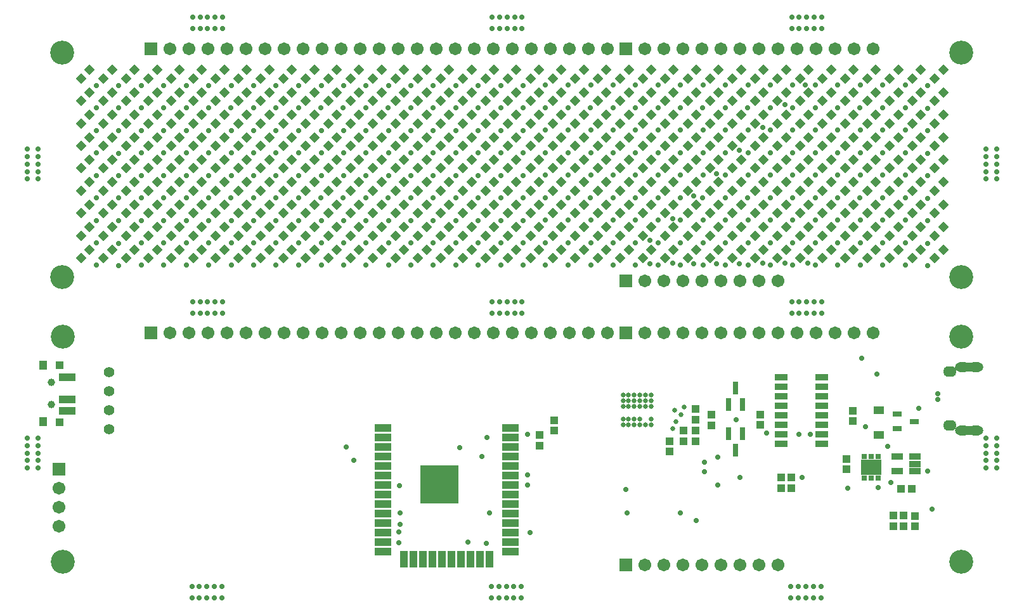
<source format=gts>
G04*
G04 #@! TF.GenerationSoftware,Altium Limited,Altium Designer,18.1.9 (240)*
G04*
G04 Layer_Color=8388736*
%FSLAX44Y44*%
%MOMM*%
G71*
G01*
G75*
%ADD57P,1.4187X4X270.0*%
%ADD58R,1.1032X1.0032*%
%ADD59R,0.8032X1.8032*%
%ADD60R,1.0032X1.1032*%
%ADD61R,1.7272X0.8382*%
%ADD62R,1.4222X1.1172*%
%ADD63R,1.2532X0.8032*%
%ADD64R,1.5032X0.9032*%
%ADD65R,2.8032X2.0032*%
%ADD66R,0.6532X0.8032*%
%ADD67R,2.2032X1.1032*%
%ADD68R,1.1032X2.2032*%
%ADD69R,5.2032X5.2032*%
%ADD70R,2.2032X1.0033*%
%ADD71R,1.0033X1.2032*%
%ADD72R,1.0033X1.1031*%
%ADD73C,0.7032*%
%ADD74R,1.7032X1.7032*%
%ADD75C,1.7032*%
%ADD76C,3.2032*%
%ADD77R,1.7032X1.7032*%
%ADD78R,1.3032X1.3032*%
%ADD79O,2.0032X1.3032*%
%ADD80O,1.8032X1.4032*%
%ADD81C,1.4034*%
%ADD82C,1.0033*%
%ADD83C,0.6532*%
D57*
X2455388Y1622638D02*
D03*
X2444074Y1611324D02*
D03*
X2425388Y1622638D02*
D03*
X2414074Y1611324D02*
D03*
X2395388Y1622638D02*
D03*
X2384074Y1611324D02*
D03*
X2365388Y1622638D02*
D03*
X2354074Y1611324D02*
D03*
X2335388Y1622638D02*
D03*
X2324074Y1611324D02*
D03*
X2305388Y1622638D02*
D03*
X2294074Y1611324D02*
D03*
X2275388Y1622638D02*
D03*
X2264074Y1611324D02*
D03*
X2245388Y1622638D02*
D03*
X2234074Y1611324D02*
D03*
X2215388Y1622638D02*
D03*
X2204074Y1611324D02*
D03*
X2185388Y1622638D02*
D03*
X2174074Y1611324D02*
D03*
X2155388Y1622638D02*
D03*
X2144074Y1611324D02*
D03*
X2125388Y1622638D02*
D03*
X2114074Y1611324D02*
D03*
X2095388Y1622638D02*
D03*
X2084074Y1611324D02*
D03*
X2065388Y1622638D02*
D03*
X2054074Y1611324D02*
D03*
X2035388Y1622638D02*
D03*
X2024074Y1611324D02*
D03*
X2005388Y1622638D02*
D03*
X1994074Y1611324D02*
D03*
X1975388Y1622638D02*
D03*
X1964074Y1611324D02*
D03*
X1945388Y1622638D02*
D03*
X1934074Y1611324D02*
D03*
X1915388Y1622638D02*
D03*
X1904074Y1611324D02*
D03*
X1885388Y1622638D02*
D03*
X1874074Y1611324D02*
D03*
X1855388Y1622638D02*
D03*
X1844074Y1611324D02*
D03*
X1825388Y1622638D02*
D03*
X1814074Y1611324D02*
D03*
X1795388Y1622638D02*
D03*
X1784074Y1611324D02*
D03*
X1765388Y1622638D02*
D03*
X1754074Y1611324D02*
D03*
X1735388Y1622638D02*
D03*
X1724074Y1611324D02*
D03*
X1705388Y1622638D02*
D03*
X1694074Y1611324D02*
D03*
X1675388Y1622638D02*
D03*
X1664074Y1611324D02*
D03*
X1645388Y1622638D02*
D03*
X1634074Y1611324D02*
D03*
X1615388Y1622638D02*
D03*
X1604074Y1611324D02*
D03*
X1585388Y1622638D02*
D03*
X1574074Y1611324D02*
D03*
X1555388Y1622638D02*
D03*
X1544074Y1611324D02*
D03*
X1525388Y1622638D02*
D03*
X1514074Y1611324D02*
D03*
X1495388Y1622638D02*
D03*
X1484074Y1611324D02*
D03*
X1465388Y1622638D02*
D03*
X1454074Y1611324D02*
D03*
X1435388Y1622638D02*
D03*
X1424074Y1611324D02*
D03*
X1405388Y1622638D02*
D03*
X1394074Y1611324D02*
D03*
X1375388Y1622638D02*
D03*
X1364074Y1611324D02*
D03*
X1345388Y1622638D02*
D03*
X1334074Y1611324D02*
D03*
X1315388Y1622638D02*
D03*
X1304074Y1611324D02*
D03*
X2455388Y1652638D02*
D03*
X2444074Y1641324D02*
D03*
X2425388Y1652638D02*
D03*
X2414074Y1641324D02*
D03*
X2395388Y1652638D02*
D03*
X2384074Y1641324D02*
D03*
X2365388Y1652638D02*
D03*
X2354074Y1641324D02*
D03*
X2335388Y1652638D02*
D03*
X2324074Y1641324D02*
D03*
X2305388Y1652638D02*
D03*
X2294074Y1641324D02*
D03*
X2275388Y1652638D02*
D03*
X2264074Y1641324D02*
D03*
X2245388Y1652638D02*
D03*
X2234074Y1641324D02*
D03*
X2215388Y1652638D02*
D03*
X2204074Y1641324D02*
D03*
X2185388Y1652638D02*
D03*
X2174074Y1641324D02*
D03*
X2155388Y1652638D02*
D03*
X2144074Y1641324D02*
D03*
X2125388Y1652638D02*
D03*
X2114074Y1641324D02*
D03*
X2095388Y1652638D02*
D03*
X2084074Y1641324D02*
D03*
X2065388Y1652638D02*
D03*
X2054074Y1641324D02*
D03*
X2035388Y1652638D02*
D03*
X2024074Y1641324D02*
D03*
X2005388Y1652638D02*
D03*
X1994074Y1641324D02*
D03*
X1975388Y1652638D02*
D03*
X1964074Y1641324D02*
D03*
X1945388Y1652638D02*
D03*
X1934074Y1641324D02*
D03*
X1915388Y1652638D02*
D03*
X1904074Y1641324D02*
D03*
X1885388Y1652638D02*
D03*
X1874074Y1641324D02*
D03*
X1855388Y1652638D02*
D03*
X1844074Y1641324D02*
D03*
X1825388Y1652638D02*
D03*
X1814074Y1641324D02*
D03*
X1795388Y1652638D02*
D03*
X1784074Y1641324D02*
D03*
X1765388Y1652638D02*
D03*
X1754074Y1641324D02*
D03*
X1735388Y1652638D02*
D03*
X1724074Y1641324D02*
D03*
X1705388Y1652638D02*
D03*
X1694074Y1641324D02*
D03*
X1675388Y1652638D02*
D03*
X1664074Y1641324D02*
D03*
X1645388Y1652638D02*
D03*
X1634074Y1641324D02*
D03*
X1615388Y1652638D02*
D03*
X1604074Y1641324D02*
D03*
X1585388Y1652638D02*
D03*
X1574074Y1641324D02*
D03*
X1555388Y1652638D02*
D03*
X1544074Y1641324D02*
D03*
X1525388Y1652638D02*
D03*
X1514074Y1641324D02*
D03*
X1495388Y1652638D02*
D03*
X1484074Y1641324D02*
D03*
X1465388Y1652638D02*
D03*
X1454074Y1641324D02*
D03*
X1435388Y1652638D02*
D03*
X1424074Y1641324D02*
D03*
X1405388Y1652638D02*
D03*
X1394074Y1641324D02*
D03*
X1375388Y1652638D02*
D03*
X1364074Y1641324D02*
D03*
X1345388Y1652638D02*
D03*
X1334074Y1641324D02*
D03*
X1315388Y1652638D02*
D03*
X1304074Y1641324D02*
D03*
X2455388Y1682638D02*
D03*
X2444074Y1671324D02*
D03*
X2425388Y1682638D02*
D03*
X2414074Y1671324D02*
D03*
X2395388Y1682638D02*
D03*
X2384074Y1671324D02*
D03*
X2365388Y1682638D02*
D03*
X2354074Y1671324D02*
D03*
X2335388Y1682638D02*
D03*
X2324074Y1671324D02*
D03*
X2305388Y1682638D02*
D03*
X2294074Y1671324D02*
D03*
X2275388Y1682638D02*
D03*
X2264074Y1671324D02*
D03*
X2245388Y1682638D02*
D03*
X2234074Y1671324D02*
D03*
X2215388Y1682638D02*
D03*
X2204074Y1671324D02*
D03*
X2185388Y1682638D02*
D03*
X2174074Y1671324D02*
D03*
X2155388Y1682638D02*
D03*
X2144074Y1671324D02*
D03*
X2125388Y1682638D02*
D03*
X2114074Y1671324D02*
D03*
X2095388Y1682638D02*
D03*
X2084074Y1671324D02*
D03*
X2065388Y1682638D02*
D03*
X2054074Y1671324D02*
D03*
X2035388Y1682638D02*
D03*
X2024074Y1671324D02*
D03*
X2005388Y1682638D02*
D03*
X1994074Y1671324D02*
D03*
X1975388Y1682638D02*
D03*
X1964074Y1671324D02*
D03*
X1945388Y1682638D02*
D03*
X1934074Y1671324D02*
D03*
X1915388Y1682638D02*
D03*
X1904074Y1671324D02*
D03*
X1885388Y1682638D02*
D03*
X1874074Y1671324D02*
D03*
X1855388Y1682638D02*
D03*
X1844074Y1671324D02*
D03*
X1825388Y1682638D02*
D03*
X1814074Y1671324D02*
D03*
X1795388Y1682638D02*
D03*
X1784074Y1671324D02*
D03*
X1765388Y1682638D02*
D03*
X1754074Y1671324D02*
D03*
X1735388Y1682638D02*
D03*
X1724074Y1671324D02*
D03*
X1705388Y1682638D02*
D03*
X1694074Y1671324D02*
D03*
X1675388Y1682638D02*
D03*
X1664074Y1671324D02*
D03*
X1645388Y1682638D02*
D03*
X1634074Y1671324D02*
D03*
X1615388Y1682638D02*
D03*
X1604074Y1671324D02*
D03*
X1585388Y1682638D02*
D03*
X1574074Y1671324D02*
D03*
X1555388Y1682638D02*
D03*
X1544074Y1671324D02*
D03*
X1525388Y1682638D02*
D03*
X1514074Y1671324D02*
D03*
X1495388Y1682638D02*
D03*
X1484074Y1671324D02*
D03*
X1465388Y1682638D02*
D03*
X1454074Y1671324D02*
D03*
X1435388Y1682638D02*
D03*
X1424074Y1671324D02*
D03*
X1405388Y1682638D02*
D03*
X1394074Y1671324D02*
D03*
X1375388Y1682638D02*
D03*
X1364074Y1671324D02*
D03*
X1345388Y1682638D02*
D03*
X1334074Y1671324D02*
D03*
X1315388Y1682638D02*
D03*
X1304074Y1671324D02*
D03*
X2455388Y1712638D02*
D03*
X2444074Y1701324D02*
D03*
X2425388Y1712638D02*
D03*
X2414074Y1701324D02*
D03*
X2395388Y1712638D02*
D03*
X2384074Y1701324D02*
D03*
X2365388Y1712638D02*
D03*
X2354074Y1701324D02*
D03*
X2335388Y1712638D02*
D03*
X2324074Y1701324D02*
D03*
X2305388Y1712638D02*
D03*
X2294074Y1701324D02*
D03*
X2275388Y1712638D02*
D03*
X2264074Y1701324D02*
D03*
X2245388Y1712638D02*
D03*
X2234074Y1701324D02*
D03*
X2215388Y1712638D02*
D03*
X2204074Y1701324D02*
D03*
X2185388Y1712638D02*
D03*
X2174074Y1701324D02*
D03*
X2155388Y1712638D02*
D03*
X2144074Y1701324D02*
D03*
X2125388Y1712638D02*
D03*
X2114074Y1701324D02*
D03*
X2095388Y1712638D02*
D03*
X2084074Y1701324D02*
D03*
X2065388Y1712638D02*
D03*
X2054074Y1701324D02*
D03*
X2035388Y1712638D02*
D03*
X2024074Y1701324D02*
D03*
X2005388Y1712638D02*
D03*
X1994074Y1701324D02*
D03*
X1975388Y1712638D02*
D03*
X1964074Y1701324D02*
D03*
X1945388Y1712638D02*
D03*
X1934074Y1701324D02*
D03*
X1915388Y1712638D02*
D03*
X1904074Y1701324D02*
D03*
X1885388Y1712638D02*
D03*
X1874074Y1701324D02*
D03*
X1855388Y1712638D02*
D03*
X1844074Y1701324D02*
D03*
X1825388Y1712638D02*
D03*
X1814074Y1701324D02*
D03*
X1795388Y1712638D02*
D03*
X1784074Y1701324D02*
D03*
X1765388Y1712638D02*
D03*
X1754074Y1701324D02*
D03*
X1735388Y1712638D02*
D03*
X1724074Y1701324D02*
D03*
X1705388Y1712638D02*
D03*
X1694074Y1701324D02*
D03*
X1675388Y1712638D02*
D03*
X1664074Y1701324D02*
D03*
X1645388Y1712638D02*
D03*
X1634074Y1701324D02*
D03*
X1615388Y1712638D02*
D03*
X1604074Y1701324D02*
D03*
X1585388Y1712638D02*
D03*
X1574074Y1701324D02*
D03*
X1555388Y1712638D02*
D03*
X1544074Y1701324D02*
D03*
X1525388Y1712638D02*
D03*
X1514074Y1701324D02*
D03*
X1495388Y1712638D02*
D03*
X1484074Y1701324D02*
D03*
X1465388Y1712638D02*
D03*
X1454074Y1701324D02*
D03*
X1435388Y1712638D02*
D03*
X1424074Y1701324D02*
D03*
X1405388Y1712638D02*
D03*
X1394074Y1701324D02*
D03*
X1375388Y1712638D02*
D03*
X1364074Y1701324D02*
D03*
X1345388Y1712638D02*
D03*
X1334074Y1701324D02*
D03*
X1315388Y1712638D02*
D03*
X1304074Y1701324D02*
D03*
X2455388Y1742638D02*
D03*
X2444074Y1731324D02*
D03*
X2425388Y1742638D02*
D03*
X2414074Y1731324D02*
D03*
X2395388Y1742638D02*
D03*
X2384074Y1731324D02*
D03*
X2365388Y1742638D02*
D03*
X2354074Y1731324D02*
D03*
X2335388Y1742638D02*
D03*
X2324074Y1731324D02*
D03*
X2305388Y1742638D02*
D03*
X2294074Y1731324D02*
D03*
X2275388Y1742638D02*
D03*
X2264074Y1731324D02*
D03*
X2245388Y1742638D02*
D03*
X2234074Y1731324D02*
D03*
X2215388Y1742638D02*
D03*
X2204074Y1731324D02*
D03*
X2185388Y1742638D02*
D03*
X2174074Y1731324D02*
D03*
X2155388Y1742638D02*
D03*
X2144074Y1731324D02*
D03*
X2125388Y1742638D02*
D03*
X2114074Y1731324D02*
D03*
X2095388Y1742638D02*
D03*
X2084074Y1731324D02*
D03*
X2065388Y1742638D02*
D03*
X2054074Y1731324D02*
D03*
X2035388Y1742638D02*
D03*
X2024074Y1731324D02*
D03*
X2005388Y1742638D02*
D03*
X1994074Y1731324D02*
D03*
X1975388Y1742638D02*
D03*
X1964074Y1731324D02*
D03*
X1945388Y1742638D02*
D03*
X1934074Y1731324D02*
D03*
X1915388Y1742638D02*
D03*
X1904074Y1731324D02*
D03*
X1885388Y1742638D02*
D03*
X1874074Y1731324D02*
D03*
X1855388Y1742638D02*
D03*
X1844074Y1731324D02*
D03*
X1825388Y1742638D02*
D03*
X1814074Y1731324D02*
D03*
X1795388Y1742638D02*
D03*
X1784074Y1731324D02*
D03*
X1765388Y1742638D02*
D03*
X1754074Y1731324D02*
D03*
X1735388Y1742638D02*
D03*
X1724074Y1731324D02*
D03*
X1705388Y1742638D02*
D03*
X1694074Y1731324D02*
D03*
X1675388Y1742638D02*
D03*
X1664074Y1731324D02*
D03*
X1645388Y1742638D02*
D03*
X1634074Y1731324D02*
D03*
X1615388Y1742638D02*
D03*
X1604074Y1731324D02*
D03*
X1585388Y1742638D02*
D03*
X1574074Y1731324D02*
D03*
X1555388Y1742638D02*
D03*
X1544074Y1731324D02*
D03*
X1525388Y1742638D02*
D03*
X1514074Y1731324D02*
D03*
X1495388Y1742638D02*
D03*
X1484074Y1731324D02*
D03*
X1465388Y1742638D02*
D03*
X1454074Y1731324D02*
D03*
X1435388Y1742638D02*
D03*
X1424074Y1731324D02*
D03*
X1405388Y1742638D02*
D03*
X1394074Y1731324D02*
D03*
X1375388Y1742638D02*
D03*
X1364074Y1731324D02*
D03*
X1345388Y1742638D02*
D03*
X1334074Y1731324D02*
D03*
X1315388Y1742638D02*
D03*
X1304074Y1731324D02*
D03*
X2455388Y1772638D02*
D03*
X2444074Y1761324D02*
D03*
X2425388Y1772638D02*
D03*
X2414074Y1761324D02*
D03*
X2395388Y1772638D02*
D03*
X2384074Y1761324D02*
D03*
X2365388Y1772638D02*
D03*
X2354074Y1761324D02*
D03*
X2335388Y1772638D02*
D03*
X2324074Y1761324D02*
D03*
X2305388Y1772638D02*
D03*
X2294074Y1761324D02*
D03*
X2275388Y1772638D02*
D03*
X2264074Y1761324D02*
D03*
X2245388Y1772638D02*
D03*
X2234074Y1761324D02*
D03*
X2215388Y1772638D02*
D03*
X2204074Y1761324D02*
D03*
X2185388Y1772638D02*
D03*
X2174074Y1761324D02*
D03*
X2155388Y1772638D02*
D03*
X2144074Y1761324D02*
D03*
X2125388Y1772638D02*
D03*
X2114074Y1761324D02*
D03*
X2095388Y1772638D02*
D03*
X2084074Y1761324D02*
D03*
X2065388Y1772638D02*
D03*
X2054074Y1761324D02*
D03*
X2035388Y1772638D02*
D03*
X2024074Y1761324D02*
D03*
X2005388Y1772638D02*
D03*
X1994074Y1761324D02*
D03*
X1975388Y1772638D02*
D03*
X1964074Y1761324D02*
D03*
X1945388Y1772638D02*
D03*
X1934074Y1761324D02*
D03*
X1915388Y1772638D02*
D03*
X1904074Y1761324D02*
D03*
X1885388Y1772638D02*
D03*
X1874074Y1761324D02*
D03*
X1855388Y1772638D02*
D03*
X1844074Y1761324D02*
D03*
X1825388Y1772638D02*
D03*
X1814074Y1761324D02*
D03*
X1795388Y1772638D02*
D03*
X1784074Y1761324D02*
D03*
X1765388Y1772638D02*
D03*
X1754074Y1761324D02*
D03*
X1735388Y1772638D02*
D03*
X1724074Y1761324D02*
D03*
X1705388Y1772638D02*
D03*
X1694074Y1761324D02*
D03*
X1675388Y1772638D02*
D03*
X1664074Y1761324D02*
D03*
X1645388Y1772638D02*
D03*
X1634074Y1761324D02*
D03*
X1615388Y1772638D02*
D03*
X1604074Y1761324D02*
D03*
X1585388Y1772638D02*
D03*
X1574074Y1761324D02*
D03*
X1555388Y1772638D02*
D03*
X1544074Y1761324D02*
D03*
X1525388Y1772638D02*
D03*
X1514074Y1761324D02*
D03*
X1495388Y1772638D02*
D03*
X1484074Y1761324D02*
D03*
X1465388Y1772638D02*
D03*
X1454074Y1761324D02*
D03*
X1435388Y1772638D02*
D03*
X1424074Y1761324D02*
D03*
X1405388Y1772638D02*
D03*
X1394074Y1761324D02*
D03*
X1375388Y1772638D02*
D03*
X1364074Y1761324D02*
D03*
X1345388Y1772638D02*
D03*
X1334074Y1761324D02*
D03*
X1315388Y1772638D02*
D03*
X1304074Y1761324D02*
D03*
X2455388Y1802638D02*
D03*
X2444074Y1791324D02*
D03*
X2425388Y1802638D02*
D03*
X2414074Y1791324D02*
D03*
X2395388Y1802638D02*
D03*
X2384074Y1791324D02*
D03*
X2365388Y1802638D02*
D03*
X2354074Y1791324D02*
D03*
X2335388Y1802638D02*
D03*
X2324074Y1791324D02*
D03*
X2305388Y1802638D02*
D03*
X2294074Y1791324D02*
D03*
X2275388Y1802638D02*
D03*
X2264074Y1791324D02*
D03*
X2245388Y1802638D02*
D03*
X2234074Y1791324D02*
D03*
X2215388Y1802638D02*
D03*
X2204074Y1791324D02*
D03*
X2185388Y1802638D02*
D03*
X2174074Y1791324D02*
D03*
X2155388Y1802638D02*
D03*
X2144074Y1791324D02*
D03*
X2125388Y1802638D02*
D03*
X2114074Y1791324D02*
D03*
X2095388Y1802638D02*
D03*
X2084074Y1791324D02*
D03*
X2065388Y1802638D02*
D03*
X2054074Y1791324D02*
D03*
X2035388Y1802638D02*
D03*
X2024074Y1791324D02*
D03*
X2005388Y1802638D02*
D03*
X1994074Y1791324D02*
D03*
X1975388Y1802638D02*
D03*
X1964074Y1791324D02*
D03*
X1945388Y1802638D02*
D03*
X1934074Y1791324D02*
D03*
X1915388Y1802638D02*
D03*
X1904074Y1791324D02*
D03*
X1885388Y1802638D02*
D03*
X1874074Y1791324D02*
D03*
X1855388Y1802638D02*
D03*
X1844074Y1791324D02*
D03*
X1825388Y1802638D02*
D03*
X1814074Y1791324D02*
D03*
X1795388Y1802638D02*
D03*
X1784074Y1791324D02*
D03*
X1765388Y1802638D02*
D03*
X1754074Y1791324D02*
D03*
X1735388Y1802638D02*
D03*
X1724074Y1791324D02*
D03*
X1705388Y1802638D02*
D03*
X1694074Y1791324D02*
D03*
X1675388Y1802638D02*
D03*
X1664074Y1791324D02*
D03*
X1645388Y1802638D02*
D03*
X1634074Y1791324D02*
D03*
X1615388Y1802638D02*
D03*
X1604074Y1791324D02*
D03*
X1585388Y1802638D02*
D03*
X1574074Y1791324D02*
D03*
X1555388Y1802638D02*
D03*
X1544074Y1791324D02*
D03*
X1525388Y1802638D02*
D03*
X1514074Y1791324D02*
D03*
X1495388Y1802638D02*
D03*
X1484074Y1791324D02*
D03*
X1465388Y1802638D02*
D03*
X1454074Y1791324D02*
D03*
X1435388Y1802638D02*
D03*
X1424074Y1791324D02*
D03*
X1405388Y1802638D02*
D03*
X1394074Y1791324D02*
D03*
X1375388Y1802638D02*
D03*
X1364074Y1791324D02*
D03*
X1345388Y1802638D02*
D03*
X1334074Y1791324D02*
D03*
X1315388Y1802638D02*
D03*
X1304074Y1791324D02*
D03*
X2455388Y1832638D02*
D03*
X2444074Y1821324D02*
D03*
X2425388Y1832638D02*
D03*
X2414074Y1821324D02*
D03*
X2395388Y1832638D02*
D03*
X2384074Y1821324D02*
D03*
X2365388Y1832638D02*
D03*
X2354074Y1821324D02*
D03*
X2335388Y1832638D02*
D03*
X2324074Y1821324D02*
D03*
X2305388Y1832638D02*
D03*
X2294074Y1821324D02*
D03*
X2275388Y1832638D02*
D03*
X2264074Y1821324D02*
D03*
X2245388Y1832638D02*
D03*
X2234074Y1821324D02*
D03*
X2215388Y1832638D02*
D03*
X2204074Y1821324D02*
D03*
X2185388Y1832638D02*
D03*
X2174074Y1821324D02*
D03*
X2155388Y1832638D02*
D03*
X2144074Y1821324D02*
D03*
X2125388Y1832638D02*
D03*
X2114074Y1821324D02*
D03*
X2095388Y1832638D02*
D03*
X2084074Y1821324D02*
D03*
X2065388Y1832638D02*
D03*
X2054074Y1821324D02*
D03*
X2035388Y1832638D02*
D03*
X2024074Y1821324D02*
D03*
X2005388Y1832638D02*
D03*
X1994074Y1821324D02*
D03*
X1975388Y1832638D02*
D03*
X1964074Y1821324D02*
D03*
X1945388Y1832638D02*
D03*
X1934074Y1821324D02*
D03*
X1915388Y1832638D02*
D03*
X1904074Y1821324D02*
D03*
X1885388Y1832638D02*
D03*
X1874074Y1821324D02*
D03*
X1855388Y1832638D02*
D03*
X1844074Y1821324D02*
D03*
X1825388Y1832638D02*
D03*
X1814074Y1821324D02*
D03*
X1795388Y1832638D02*
D03*
X1784074Y1821324D02*
D03*
X1765388Y1832638D02*
D03*
X1754074Y1821324D02*
D03*
X1735388Y1832638D02*
D03*
X1724074Y1821324D02*
D03*
X1705388Y1832638D02*
D03*
X1694074Y1821324D02*
D03*
X1675388Y1832638D02*
D03*
X1664074Y1821324D02*
D03*
X1645388Y1832638D02*
D03*
X1634074Y1821324D02*
D03*
X1615388Y1832638D02*
D03*
X1604074Y1821324D02*
D03*
X1585388Y1832638D02*
D03*
X1574074Y1821324D02*
D03*
X1555388Y1832638D02*
D03*
X1544074Y1821324D02*
D03*
X1525388Y1832638D02*
D03*
X1514074Y1821324D02*
D03*
X1495388Y1832638D02*
D03*
X1484074Y1821324D02*
D03*
X1465388Y1832638D02*
D03*
X1454074Y1821324D02*
D03*
X1435388Y1832638D02*
D03*
X1424074Y1821324D02*
D03*
X1405388Y1832638D02*
D03*
X1394074Y1821324D02*
D03*
X1375388Y1832638D02*
D03*
X1364074Y1821324D02*
D03*
X1345388Y1832638D02*
D03*
X1334074Y1821324D02*
D03*
X1315388Y1832638D02*
D03*
X1304074Y1821324D02*
D03*
X2455388Y1862638D02*
D03*
X2444074Y1851324D02*
D03*
X2425388Y1862638D02*
D03*
X2414074Y1851324D02*
D03*
X2395388Y1862638D02*
D03*
X2384074Y1851324D02*
D03*
X2365388Y1862638D02*
D03*
X2354074Y1851324D02*
D03*
X2335388Y1862638D02*
D03*
X2324074Y1851324D02*
D03*
X2305388Y1862638D02*
D03*
X2294074Y1851324D02*
D03*
X2275388Y1862638D02*
D03*
X2264074Y1851324D02*
D03*
X2245388Y1862638D02*
D03*
X2234074Y1851324D02*
D03*
X2215388Y1862638D02*
D03*
X2204074Y1851324D02*
D03*
X2185388Y1862638D02*
D03*
X2174074Y1851324D02*
D03*
X2155388Y1862638D02*
D03*
X2144074Y1851324D02*
D03*
X2125388Y1862638D02*
D03*
X2114074Y1851324D02*
D03*
X2095388Y1862638D02*
D03*
X2084074Y1851324D02*
D03*
X2065388Y1862638D02*
D03*
X2054074Y1851324D02*
D03*
X2035388Y1862638D02*
D03*
X2024074Y1851324D02*
D03*
X2005388Y1862638D02*
D03*
X1994074Y1851324D02*
D03*
X1975388Y1862638D02*
D03*
X1964074Y1851324D02*
D03*
X1945388Y1862638D02*
D03*
X1934074Y1851324D02*
D03*
X1915388Y1862638D02*
D03*
X1904074Y1851324D02*
D03*
X1885388Y1862638D02*
D03*
X1874074Y1851324D02*
D03*
X1855388Y1862638D02*
D03*
X1844074Y1851324D02*
D03*
X1825388Y1862638D02*
D03*
X1814074Y1851324D02*
D03*
X1795388Y1862638D02*
D03*
X1784074Y1851324D02*
D03*
X1765388Y1862638D02*
D03*
X1754074Y1851324D02*
D03*
X1735388Y1862638D02*
D03*
X1724074Y1851324D02*
D03*
X1705388Y1862638D02*
D03*
X1694074Y1851324D02*
D03*
X1675388Y1862638D02*
D03*
X1664074Y1851324D02*
D03*
X1645388Y1862638D02*
D03*
X1634074Y1851324D02*
D03*
X1615388Y1862638D02*
D03*
X1604074Y1851324D02*
D03*
X1585388Y1862638D02*
D03*
X1574074Y1851324D02*
D03*
X1555388Y1862638D02*
D03*
X1544074Y1851324D02*
D03*
X1525388Y1862638D02*
D03*
X1514074Y1851324D02*
D03*
X1495388Y1862638D02*
D03*
X1484074Y1851324D02*
D03*
X1465388Y1862638D02*
D03*
X1454074Y1851324D02*
D03*
X1435388Y1862638D02*
D03*
X1424074Y1851324D02*
D03*
X1405388Y1862638D02*
D03*
X1394074Y1851324D02*
D03*
X1375388Y1862638D02*
D03*
X1364074Y1851324D02*
D03*
X1345388Y1862638D02*
D03*
X1334074Y1851324D02*
D03*
X1315388Y1862638D02*
D03*
X1304074Y1851324D02*
D03*
D58*
X1916274Y1361054D02*
D03*
Y1375054D02*
D03*
X1936024Y1380804D02*
D03*
Y1394804D02*
D03*
X2124774Y1409554D02*
D03*
Y1395554D02*
D03*
Y1381054D02*
D03*
Y1367054D02*
D03*
X2108524Y1366804D02*
D03*
Y1380804D02*
D03*
X2089774Y1367054D02*
D03*
Y1353054D02*
D03*
X2146024Y1402304D02*
D03*
Y1388304D02*
D03*
X2211024Y1388554D02*
D03*
Y1402554D02*
D03*
X2334524Y1393804D02*
D03*
Y1407804D02*
D03*
X2326024Y1343304D02*
D03*
Y1329304D02*
D03*
X2417524Y1267004D02*
D03*
Y1253004D02*
D03*
D59*
X2178024Y1355054D02*
D03*
X2168524Y1377054D02*
D03*
X2187524D02*
D03*
X2177774Y1437604D02*
D03*
X2187274Y1415604D02*
D03*
X2168274D02*
D03*
D60*
X2252524Y1318804D02*
D03*
X2238524D02*
D03*
X2399024Y1303054D02*
D03*
X2413024D02*
D03*
X2388524Y1253054D02*
D03*
X2402524D02*
D03*
X2402524Y1267304D02*
D03*
X2388524D02*
D03*
X2252774Y1303804D02*
D03*
X2238774D02*
D03*
D61*
X2238824Y1363104D02*
D03*
Y1375804D02*
D03*
X2292723Y1452004D02*
D03*
X2238824Y1439304D02*
D03*
X2292723D02*
D03*
Y1413904D02*
D03*
X2238824Y1452004D02*
D03*
X2292723Y1426604D02*
D03*
X2238824D02*
D03*
Y1413904D02*
D03*
Y1388504D02*
D03*
X2292723Y1401204D02*
D03*
Y1388504D02*
D03*
Y1363104D02*
D03*
X2238824Y1401204D02*
D03*
X2292723Y1375804D02*
D03*
D62*
X2369024Y1375171D02*
D03*
Y1407937D02*
D03*
D63*
X2416524Y1393304D02*
D03*
X2393524Y1383804D02*
D03*
Y1402804D02*
D03*
D64*
X2393774Y1327054D02*
D03*
Y1346054D02*
D03*
X2417774D02*
D03*
Y1336554D02*
D03*
Y1327054D02*
D03*
D65*
X2359024Y1332054D02*
D03*
D66*
X2349524Y1346054D02*
D03*
X2368524D02*
D03*
X2359024Y1318054D02*
D03*
X2349524D02*
D03*
X2359024Y1346054D02*
D03*
X2368524Y1318054D02*
D03*
D67*
X1877524Y1384404D02*
D03*
Y1371704D02*
D03*
Y1359004D02*
D03*
Y1346304D02*
D03*
Y1333604D02*
D03*
Y1320904D02*
D03*
Y1308204D02*
D03*
Y1295504D02*
D03*
Y1282804D02*
D03*
Y1270104D02*
D03*
Y1257404D02*
D03*
Y1244704D02*
D03*
Y1232004D02*
D03*
Y1219304D02*
D03*
X1707524D02*
D03*
Y1232004D02*
D03*
Y1244704D02*
D03*
Y1257404D02*
D03*
Y1270104D02*
D03*
Y1282804D02*
D03*
Y1295504D02*
D03*
Y1308204D02*
D03*
Y1320904D02*
D03*
Y1333604D02*
D03*
Y1346304D02*
D03*
Y1359004D02*
D03*
Y1371704D02*
D03*
Y1384404D02*
D03*
D68*
X1849674Y1209304D02*
D03*
X1836974D02*
D03*
X1824274D02*
D03*
X1811574D02*
D03*
X1798874D02*
D03*
X1786174D02*
D03*
X1773474D02*
D03*
X1760774D02*
D03*
X1748074D02*
D03*
X1735374D02*
D03*
D69*
X1782524Y1309404D02*
D03*
D70*
X1285275Y1407323D02*
D03*
Y1452324D02*
D03*
Y1422324D02*
D03*
D71*
X1253024Y1393053D02*
D03*
Y1468054D02*
D03*
D72*
X1275523Y1392553D02*
D03*
Y1468555D02*
D03*
D73*
X1247000Y1371000D02*
D03*
Y1361000D02*
D03*
Y1351000D02*
D03*
Y1341000D02*
D03*
Y1331000D02*
D03*
X1232000D02*
D03*
Y1341000D02*
D03*
Y1351000D02*
D03*
Y1361000D02*
D03*
Y1371000D02*
D03*
X2512150D02*
D03*
Y1361000D02*
D03*
Y1351000D02*
D03*
Y1341000D02*
D03*
Y1331000D02*
D03*
X2527150D02*
D03*
Y1341000D02*
D03*
Y1351000D02*
D03*
Y1361000D02*
D03*
Y1371000D02*
D03*
X2512000Y1757000D02*
D03*
Y1747000D02*
D03*
Y1737000D02*
D03*
Y1727000D02*
D03*
Y1717000D02*
D03*
X2527000D02*
D03*
Y1727000D02*
D03*
Y1737000D02*
D03*
Y1747000D02*
D03*
Y1757000D02*
D03*
X1246900D02*
D03*
Y1747000D02*
D03*
Y1737000D02*
D03*
Y1727000D02*
D03*
Y1717000D02*
D03*
X1231900D02*
D03*
Y1727000D02*
D03*
Y1737000D02*
D03*
Y1747000D02*
D03*
Y1757000D02*
D03*
X1492000Y1172950D02*
D03*
X1482000D02*
D03*
X1472000D02*
D03*
X1462000D02*
D03*
X1452000D02*
D03*
Y1157950D02*
D03*
X1462000D02*
D03*
X1472000D02*
D03*
X1482000D02*
D03*
X1492000D02*
D03*
X1892000Y1157850D02*
D03*
X1882000D02*
D03*
X1872000D02*
D03*
X1862000D02*
D03*
X1852000D02*
D03*
Y1172850D02*
D03*
X1862000D02*
D03*
X1872000D02*
D03*
X1882000D02*
D03*
X1892000D02*
D03*
X2292000Y1157850D02*
D03*
X2282000D02*
D03*
X2272000D02*
D03*
X2262000D02*
D03*
X2252000D02*
D03*
Y1172850D02*
D03*
X2262000D02*
D03*
X2272000D02*
D03*
X2282000D02*
D03*
X2292000D02*
D03*
X2293000Y1932850D02*
D03*
X2283000D02*
D03*
X2273000D02*
D03*
X2263000D02*
D03*
X2253000D02*
D03*
Y1917850D02*
D03*
X2263000D02*
D03*
X2273000D02*
D03*
X2283000D02*
D03*
X2293000D02*
D03*
X1893000Y1932850D02*
D03*
X1883000D02*
D03*
X1873000D02*
D03*
X1863000D02*
D03*
X1853000D02*
D03*
Y1917850D02*
D03*
X1863000D02*
D03*
X1873000D02*
D03*
X1883000D02*
D03*
X1893000D02*
D03*
X1493000Y1917950D02*
D03*
X1483000D02*
D03*
X1473000D02*
D03*
X1463000D02*
D03*
X1453000D02*
D03*
Y1932950D02*
D03*
X1463000D02*
D03*
X1473000D02*
D03*
X1483000D02*
D03*
X1493000D02*
D03*
X2293000Y1552850D02*
D03*
X2283000D02*
D03*
X2273000D02*
D03*
X2263000D02*
D03*
X2253000D02*
D03*
Y1537850D02*
D03*
X2263000D02*
D03*
X2273000D02*
D03*
X2283000D02*
D03*
X2293000D02*
D03*
X1893000Y1552850D02*
D03*
X1883000D02*
D03*
X1873000D02*
D03*
X1863000D02*
D03*
X1853000D02*
D03*
Y1537850D02*
D03*
X1863000D02*
D03*
X1873000D02*
D03*
X1883000D02*
D03*
X1893000D02*
D03*
X1493000Y1537950D02*
D03*
X1483000D02*
D03*
X1473000D02*
D03*
X1463000D02*
D03*
X1453000D02*
D03*
Y1552950D02*
D03*
X1463000D02*
D03*
X1473000D02*
D03*
X1483000D02*
D03*
X1493000D02*
D03*
X2271250Y1842250D02*
D03*
X2274250Y1604500D02*
D03*
X2243750Y1816000D02*
D03*
Y1604388D02*
D03*
X2214500Y1786138D02*
D03*
Y1604388D02*
D03*
X2182750Y1755000D02*
D03*
Y1604000D02*
D03*
X2152750Y1724000D02*
D03*
Y1604000D02*
D03*
X2121750Y1694000D02*
D03*
Y1604000D02*
D03*
X2094000Y1664250D02*
D03*
Y1604388D02*
D03*
X2063750Y1635000D02*
D03*
X2063250Y1604000D02*
D03*
X1384500Y1842000D02*
D03*
X1504500D02*
D03*
X1324750Y1661750D02*
D03*
Y1631500D02*
D03*
Y1601750D02*
D03*
X1324500Y1691750D02*
D03*
X1324750Y1721750D02*
D03*
Y1751750D02*
D03*
Y1781750D02*
D03*
X1324500Y1812000D02*
D03*
X1324750Y1842000D02*
D03*
X2404750Y1842500D02*
D03*
X2404500Y1812500D02*
D03*
X2404750Y1782250D02*
D03*
Y1752250D02*
D03*
Y1722250D02*
D03*
X2404500Y1692250D02*
D03*
X2404750Y1662250D02*
D03*
Y1632000D02*
D03*
Y1602250D02*
D03*
X2374500Y1842500D02*
D03*
X2374250Y1812500D02*
D03*
X2374500Y1782250D02*
D03*
Y1752250D02*
D03*
Y1722250D02*
D03*
X2374250Y1692250D02*
D03*
X2374500Y1662250D02*
D03*
Y1632000D02*
D03*
Y1602250D02*
D03*
X2344500Y1842500D02*
D03*
X2344250Y1812500D02*
D03*
X2344500Y1782250D02*
D03*
Y1752250D02*
D03*
Y1722250D02*
D03*
X2344250Y1692250D02*
D03*
X2344500Y1662250D02*
D03*
Y1632000D02*
D03*
Y1602250D02*
D03*
X2314500Y1842500D02*
D03*
X2314250Y1812500D02*
D03*
X2314500Y1782250D02*
D03*
Y1752250D02*
D03*
Y1722250D02*
D03*
X2314250Y1692250D02*
D03*
X2314500Y1662250D02*
D03*
Y1632000D02*
D03*
Y1602250D02*
D03*
X2284750Y1842500D02*
D03*
X2284500Y1812500D02*
D03*
X2284750Y1782250D02*
D03*
Y1752250D02*
D03*
Y1722250D02*
D03*
X2284500Y1692250D02*
D03*
X2284750Y1662250D02*
D03*
Y1632000D02*
D03*
Y1602250D02*
D03*
X2254500Y1842500D02*
D03*
X2254250Y1812500D02*
D03*
X2254500Y1782250D02*
D03*
Y1752250D02*
D03*
Y1722250D02*
D03*
X2254250Y1692250D02*
D03*
X2254500Y1662250D02*
D03*
Y1632000D02*
D03*
Y1602250D02*
D03*
X2224750Y1842500D02*
D03*
X2224500Y1812500D02*
D03*
X2224750Y1782250D02*
D03*
Y1752250D02*
D03*
Y1722250D02*
D03*
X2224500Y1692250D02*
D03*
X2224750Y1662250D02*
D03*
Y1632000D02*
D03*
Y1602250D02*
D03*
X2194500Y1842500D02*
D03*
X2194250Y1812500D02*
D03*
X2194500Y1782250D02*
D03*
Y1752250D02*
D03*
Y1722250D02*
D03*
X2194250Y1692250D02*
D03*
X2194500Y1662250D02*
D03*
Y1632000D02*
D03*
Y1602250D02*
D03*
X2164500Y1842500D02*
D03*
X2164250Y1812500D02*
D03*
X2164500Y1782250D02*
D03*
Y1752250D02*
D03*
Y1722250D02*
D03*
X2164250Y1692250D02*
D03*
X2164500Y1662250D02*
D03*
Y1632000D02*
D03*
Y1602250D02*
D03*
X2134500Y1842500D02*
D03*
X2134250Y1812500D02*
D03*
X2134500Y1782250D02*
D03*
Y1752250D02*
D03*
Y1722250D02*
D03*
X2134250Y1692250D02*
D03*
X2134500Y1662250D02*
D03*
Y1632000D02*
D03*
Y1602250D02*
D03*
X2104500Y1842500D02*
D03*
X2104250Y1812500D02*
D03*
X2104500Y1782250D02*
D03*
Y1752250D02*
D03*
Y1722250D02*
D03*
X2104250Y1692250D02*
D03*
X2104500Y1662250D02*
D03*
Y1632000D02*
D03*
Y1602250D02*
D03*
X2074500Y1842500D02*
D03*
X2074250Y1812500D02*
D03*
X2074500Y1782250D02*
D03*
Y1752250D02*
D03*
Y1722250D02*
D03*
X2074250Y1692250D02*
D03*
X2074500Y1662250D02*
D03*
Y1632000D02*
D03*
Y1602250D02*
D03*
X2044500Y1842500D02*
D03*
X2044250Y1812500D02*
D03*
X2044500Y1782250D02*
D03*
Y1752250D02*
D03*
Y1722250D02*
D03*
X2044250Y1692250D02*
D03*
X2044500Y1662250D02*
D03*
Y1632000D02*
D03*
Y1602250D02*
D03*
X2014750Y1842500D02*
D03*
X2014500Y1812500D02*
D03*
X2014750Y1782250D02*
D03*
Y1752250D02*
D03*
Y1722250D02*
D03*
X2014500Y1692250D02*
D03*
X2014750Y1662250D02*
D03*
Y1632000D02*
D03*
Y1602250D02*
D03*
X1984500Y1842500D02*
D03*
X1984250Y1812500D02*
D03*
X1984500Y1782250D02*
D03*
Y1752250D02*
D03*
Y1722250D02*
D03*
X1984250Y1692250D02*
D03*
X1984500Y1662250D02*
D03*
Y1632000D02*
D03*
Y1602250D02*
D03*
X1954500Y1842500D02*
D03*
X1954250Y1812500D02*
D03*
X1954500Y1782250D02*
D03*
Y1752250D02*
D03*
Y1722250D02*
D03*
X1954250Y1692250D02*
D03*
X1954500Y1662250D02*
D03*
Y1632000D02*
D03*
Y1602250D02*
D03*
X1924250Y1842500D02*
D03*
X1924000Y1812500D02*
D03*
X1924250Y1782250D02*
D03*
Y1752250D02*
D03*
Y1722250D02*
D03*
X1924000Y1692250D02*
D03*
X1924250Y1662250D02*
D03*
Y1632000D02*
D03*
Y1602250D02*
D03*
X1894500Y1842000D02*
D03*
X1894250Y1812000D02*
D03*
X1894500Y1781750D02*
D03*
Y1751750D02*
D03*
Y1721750D02*
D03*
X1894250Y1691750D02*
D03*
X1894500Y1661750D02*
D03*
Y1631500D02*
D03*
Y1601750D02*
D03*
X2434750Y1841500D02*
D03*
X2434500Y1811500D02*
D03*
X2434750Y1781250D02*
D03*
Y1751250D02*
D03*
Y1721250D02*
D03*
X2434500Y1691250D02*
D03*
X2434750Y1661250D02*
D03*
Y1631000D02*
D03*
Y1601250D02*
D03*
X1864750Y1842000D02*
D03*
X1864500Y1812000D02*
D03*
X1864750Y1781750D02*
D03*
Y1751750D02*
D03*
Y1721750D02*
D03*
X1864500Y1691750D02*
D03*
X1864750Y1661750D02*
D03*
Y1631500D02*
D03*
Y1601750D02*
D03*
X1834500Y1842000D02*
D03*
X1834250Y1812000D02*
D03*
X1834500Y1781750D02*
D03*
Y1751750D02*
D03*
Y1721750D02*
D03*
X1834250Y1691750D02*
D03*
X1834500Y1661750D02*
D03*
Y1631500D02*
D03*
Y1601750D02*
D03*
X1804500Y1842000D02*
D03*
X1804250Y1812000D02*
D03*
X1804500Y1781750D02*
D03*
Y1751750D02*
D03*
Y1721750D02*
D03*
X1804250Y1691750D02*
D03*
X1804500Y1661750D02*
D03*
Y1631500D02*
D03*
Y1601750D02*
D03*
X1774500Y1842000D02*
D03*
X1774250Y1812000D02*
D03*
X1774500Y1781750D02*
D03*
Y1751750D02*
D03*
Y1721750D02*
D03*
X1774250Y1691750D02*
D03*
X1774500Y1661750D02*
D03*
Y1631500D02*
D03*
Y1601750D02*
D03*
X1744750Y1842000D02*
D03*
X1744500Y1812000D02*
D03*
X1744750Y1781750D02*
D03*
Y1751750D02*
D03*
Y1721750D02*
D03*
X1744500Y1691750D02*
D03*
X1744750Y1661750D02*
D03*
Y1631500D02*
D03*
Y1601750D02*
D03*
X1714500Y1842000D02*
D03*
X1714250Y1812000D02*
D03*
X1714500Y1781750D02*
D03*
Y1751750D02*
D03*
Y1721750D02*
D03*
X1714250Y1691750D02*
D03*
X1714500Y1661750D02*
D03*
Y1631500D02*
D03*
Y1601750D02*
D03*
X1684500Y1842000D02*
D03*
X1684250Y1812000D02*
D03*
X1684500Y1781750D02*
D03*
Y1751750D02*
D03*
Y1721750D02*
D03*
X1684250Y1691750D02*
D03*
X1684500Y1661750D02*
D03*
Y1631500D02*
D03*
Y1601750D02*
D03*
X1654500Y1842000D02*
D03*
X1654250Y1812000D02*
D03*
X1654500Y1781750D02*
D03*
Y1751750D02*
D03*
Y1721750D02*
D03*
X1654250Y1691750D02*
D03*
X1654500Y1661750D02*
D03*
Y1631500D02*
D03*
Y1601750D02*
D03*
X1624750Y1842000D02*
D03*
X1624500Y1812000D02*
D03*
X1624750Y1781750D02*
D03*
Y1751750D02*
D03*
Y1721750D02*
D03*
X1624500Y1691750D02*
D03*
X1624750Y1661750D02*
D03*
Y1631500D02*
D03*
Y1601750D02*
D03*
X1594750Y1842000D02*
D03*
X1594500Y1812000D02*
D03*
X1594750Y1781750D02*
D03*
Y1751750D02*
D03*
Y1721750D02*
D03*
X1594500Y1691750D02*
D03*
X1594750Y1661750D02*
D03*
Y1631500D02*
D03*
Y1601750D02*
D03*
X1564500Y1842000D02*
D03*
X1564250Y1812000D02*
D03*
X1564500Y1781750D02*
D03*
Y1751750D02*
D03*
Y1721750D02*
D03*
X1564250Y1691750D02*
D03*
X1564500Y1661750D02*
D03*
Y1631500D02*
D03*
Y1601750D02*
D03*
X1534500Y1842000D02*
D03*
X1534250Y1812000D02*
D03*
X1534500Y1781750D02*
D03*
Y1751750D02*
D03*
Y1721750D02*
D03*
X1534250Y1691750D02*
D03*
X1534500Y1661750D02*
D03*
Y1631500D02*
D03*
Y1601750D02*
D03*
X1504250Y1812000D02*
D03*
X1504500Y1781750D02*
D03*
Y1751750D02*
D03*
Y1721750D02*
D03*
X1504250Y1691750D02*
D03*
X1504500Y1661750D02*
D03*
Y1631500D02*
D03*
Y1601750D02*
D03*
X1474750Y1842000D02*
D03*
X1474500Y1812000D02*
D03*
X1474750Y1781750D02*
D03*
Y1751750D02*
D03*
Y1721750D02*
D03*
X1474500Y1691750D02*
D03*
X1474750Y1661750D02*
D03*
Y1631500D02*
D03*
Y1601750D02*
D03*
X1444750Y1842000D02*
D03*
X1444500Y1812000D02*
D03*
X1444750Y1781750D02*
D03*
Y1751750D02*
D03*
Y1721750D02*
D03*
X1444500Y1691750D02*
D03*
X1444750Y1661750D02*
D03*
Y1631500D02*
D03*
Y1601750D02*
D03*
X1414500Y1842000D02*
D03*
X1414250Y1812000D02*
D03*
X1414500Y1781750D02*
D03*
Y1751750D02*
D03*
Y1721750D02*
D03*
X1414250Y1691750D02*
D03*
X1414500Y1661750D02*
D03*
Y1631500D02*
D03*
Y1601750D02*
D03*
X1384250Y1812000D02*
D03*
X1384500Y1781750D02*
D03*
Y1751750D02*
D03*
Y1721750D02*
D03*
X1384250Y1691750D02*
D03*
X1384500Y1661750D02*
D03*
Y1631500D02*
D03*
Y1601750D02*
D03*
X1354500Y1841750D02*
D03*
X1354250Y1811750D02*
D03*
X1354500Y1781500D02*
D03*
Y1751500D02*
D03*
Y1721500D02*
D03*
X1354250Y1691500D02*
D03*
X1354500Y1661500D02*
D03*
Y1631250D02*
D03*
Y1601500D02*
D03*
X1820774Y1232054D02*
D03*
X1903774Y1244704D02*
D03*
X1845024Y1230304D02*
D03*
X2327524Y1303804D02*
D03*
X2440524Y1276054D02*
D03*
X2422774Y1411054D02*
D03*
X2447774Y1422323D02*
D03*
Y1430354D02*
D03*
X1730381Y1271054D02*
D03*
Y1256054D02*
D03*
X1728494Y1246054D02*
D03*
Y1231054D02*
D03*
X2103974Y1271054D02*
D03*
X2032774D02*
D03*
X1849674D02*
D03*
X2267274Y1318554D02*
D03*
X2184274Y1318804D02*
D03*
X2125072Y1261054D02*
D03*
X2154274Y1308054D02*
D03*
X1729524Y1307554D02*
D03*
X1900274Y1308054D02*
D03*
X2031274Y1302804D02*
D03*
X2154274Y1345554D02*
D03*
X1900024Y1375904D02*
D03*
X1839274Y1346304D02*
D03*
X1900524Y1321554D02*
D03*
X1846274Y1371554D02*
D03*
X1809524Y1358304D02*
D03*
X1668024Y1341054D02*
D03*
X1657774Y1358804D02*
D03*
X2262284Y1375904D02*
D03*
X2277974Y1375804D02*
D03*
X2136274Y1338554D02*
D03*
Y1325854D02*
D03*
X2179024Y1395804D02*
D03*
X2219274Y1378054D02*
D03*
X2351274Y1386054D02*
D03*
X2346274Y1477554D02*
D03*
X2385774Y1311804D02*
D03*
X2434524Y1327054D02*
D03*
X2381024Y1359804D02*
D03*
X2368274Y1304954D02*
D03*
X2367024Y1456304D02*
D03*
D74*
X2031500Y1581000D02*
D03*
X2031600Y1891250D02*
D03*
X1397000Y1891250D02*
D03*
X2031774Y1201274D02*
D03*
X1397274Y1511524D02*
D03*
X2031874Y1511524D02*
D03*
D75*
X2082300Y1581000D02*
D03*
X2107700D02*
D03*
X2133100D02*
D03*
X2158500D02*
D03*
X2183900D02*
D03*
X2209300D02*
D03*
X2234700D02*
D03*
X2056900D02*
D03*
X2361800Y1891250D02*
D03*
X2336400D02*
D03*
X2311000D02*
D03*
X2285600D02*
D03*
X2260200D02*
D03*
X2234800D02*
D03*
X2209400D02*
D03*
X2184000D02*
D03*
X2158600D02*
D03*
X2133200D02*
D03*
X2107800D02*
D03*
X2082400D02*
D03*
X2057000D02*
D03*
X1422400Y1891250D02*
D03*
X1447800D02*
D03*
X1473200D02*
D03*
X1498600D02*
D03*
X1524000D02*
D03*
X1549400D02*
D03*
X1574800D02*
D03*
X1600200D02*
D03*
X1625600D02*
D03*
X1651000D02*
D03*
X1676400D02*
D03*
X1701800D02*
D03*
X1727200D02*
D03*
X1752600D02*
D03*
X1778000D02*
D03*
X1803400D02*
D03*
X1828800D02*
D03*
X1854200D02*
D03*
X1879600D02*
D03*
X1905000D02*
D03*
X1930400D02*
D03*
X1955800D02*
D03*
X1981200D02*
D03*
X2006600D02*
D03*
X1274774Y1253654D02*
D03*
Y1279054D02*
D03*
Y1304454D02*
D03*
X2057174Y1201274D02*
D03*
X2234974D02*
D03*
X2209574D02*
D03*
X2184174D02*
D03*
X2158774D02*
D03*
X2133374D02*
D03*
X2107974D02*
D03*
X2082574D02*
D03*
X2260474Y1511524D02*
D03*
X2285874D02*
D03*
X2362074D02*
D03*
X2336674D02*
D03*
X2311274D02*
D03*
X2235074D02*
D03*
X1829074Y1511524D02*
D03*
X1803674D02*
D03*
X1778274D02*
D03*
X1676674D02*
D03*
X1702074D02*
D03*
X1727474D02*
D03*
X1752874D02*
D03*
X1854474D02*
D03*
X1422674D02*
D03*
X1448074D02*
D03*
X1473474D02*
D03*
X1498874D02*
D03*
X1524274D02*
D03*
X1549674D02*
D03*
X1575074D02*
D03*
X1600474D02*
D03*
X1625874D02*
D03*
X1651274D02*
D03*
X1879874D02*
D03*
X1905274D02*
D03*
X1930674D02*
D03*
X1956074D02*
D03*
X1981474D02*
D03*
X2006874D02*
D03*
X2209674Y1511524D02*
D03*
X2184274D02*
D03*
X2158874D02*
D03*
X2133474D02*
D03*
X2108074D02*
D03*
X2082674D02*
D03*
X2057274D02*
D03*
D76*
X1279000Y1586000D02*
D03*
X2479000D02*
D03*
Y1886000D02*
D03*
X1279000D02*
D03*
X1279274Y1506274D02*
D03*
X2479274D02*
D03*
Y1206274D02*
D03*
X1279274D02*
D03*
D77*
X1274774Y1329854D02*
D03*
D78*
X2485154Y1466054D02*
D03*
X2494394D02*
D03*
Y1381554D02*
D03*
X2485154D02*
D03*
D79*
X2481024D02*
D03*
X2498524D02*
D03*
Y1466054D02*
D03*
X2481024D02*
D03*
D80*
X2464024Y1387804D02*
D03*
Y1459804D02*
D03*
D81*
X1341275Y1382954D02*
D03*
Y1408354D02*
D03*
Y1433754D02*
D03*
Y1459154D02*
D03*
D82*
X1264274Y1415553D02*
D03*
Y1445555D02*
D03*
D83*
X2065274Y1396054D02*
D03*
Y1428554D02*
D03*
X2027774Y1396054D02*
D03*
Y1388554D02*
D03*
X2035274Y1396054D02*
D03*
X2042774D02*
D03*
X2050274D02*
D03*
X2065274Y1388554D02*
D03*
X2057774D02*
D03*
X2050274D02*
D03*
X2042774D02*
D03*
X2035274D02*
D03*
X2027774Y1413554D02*
D03*
X2035274D02*
D03*
X2042774D02*
D03*
X2050274D02*
D03*
X2057774D02*
D03*
X2065274D02*
D03*
Y1421054D02*
D03*
X2057774D02*
D03*
X2050274D02*
D03*
X2042774D02*
D03*
X2035274D02*
D03*
X2027774D02*
D03*
Y1428554D02*
D03*
X2035274D02*
D03*
X2042774D02*
D03*
X2050274D02*
D03*
X2057774D02*
D03*
X2105224Y1402354D02*
D03*
X2109274Y1412804D02*
D03*
X2097024Y1408304D02*
D03*
X2098274Y1393054D02*
D03*
X2094024Y1384054D02*
D03*
M02*

</source>
